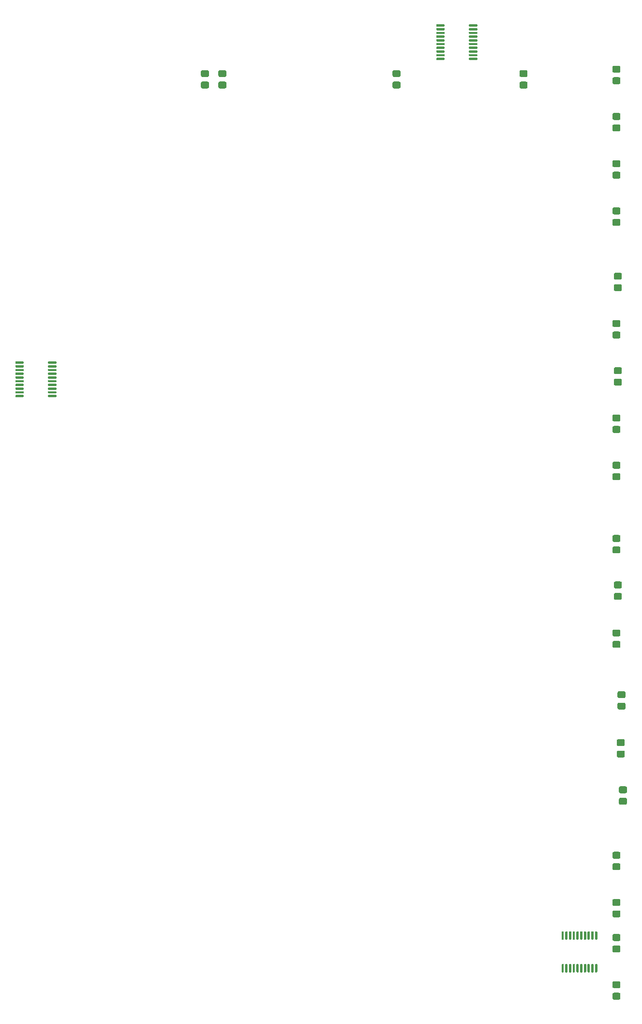
<source format=gbp>
G04 #@! TF.GenerationSoftware,KiCad,Pcbnew,(5.1.12)-1*
G04 #@! TF.CreationDate,2023-07-18T15:35:10+01:00*
G04 #@! TF.ProjectId,Memory,4d656d6f-7279-42e6-9b69-6361645f7063,rev?*
G04 #@! TF.SameCoordinates,Original*
G04 #@! TF.FileFunction,Paste,Bot*
G04 #@! TF.FilePolarity,Positive*
%FSLAX46Y46*%
G04 Gerber Fmt 4.6, Leading zero omitted, Abs format (unit mm)*
G04 Created by KiCad (PCBNEW (5.1.12)-1) date 2023-07-18 15:35:10*
%MOMM*%
%LPD*%
G01*
G04 APERTURE LIST*
G04 APERTURE END LIST*
G36*
G01*
X170999999Y-92840000D02*
X171900001Y-92840000D01*
G75*
G02*
X172150000Y-93089999I0J-249999D01*
G01*
X172150000Y-93790001D01*
G75*
G02*
X171900001Y-94040000I-249999J0D01*
G01*
X170999999Y-94040000D01*
G75*
G02*
X170750000Y-93790001I0J249999D01*
G01*
X170750000Y-93089999D01*
G75*
G02*
X170999999Y-92840000I249999J0D01*
G01*
G37*
G36*
G01*
X170999999Y-90840000D02*
X171900001Y-90840000D01*
G75*
G02*
X172150000Y-91089999I0J-249999D01*
G01*
X172150000Y-91790001D01*
G75*
G02*
X171900001Y-92040000I-249999J0D01*
G01*
X170999999Y-92040000D01*
G75*
G02*
X170750000Y-91790001I0J249999D01*
G01*
X170750000Y-91089999D01*
G75*
G02*
X170999999Y-90840000I249999J0D01*
G01*
G37*
G36*
G01*
X99891001Y-10792000D02*
X98990999Y-10792000D01*
G75*
G02*
X98741000Y-10542001I0J249999D01*
G01*
X98741000Y-9841999D01*
G75*
G02*
X98990999Y-9592000I249999J0D01*
G01*
X99891001Y-9592000D01*
G75*
G02*
X100141000Y-9841999I0J-249999D01*
G01*
X100141000Y-10542001D01*
G75*
G02*
X99891001Y-10792000I-249999J0D01*
G01*
G37*
G36*
G01*
X99891001Y-12792000D02*
X98990999Y-12792000D01*
G75*
G02*
X98741000Y-12542001I0J249999D01*
G01*
X98741000Y-11841999D01*
G75*
G02*
X98990999Y-11592000I249999J0D01*
G01*
X99891001Y-11592000D01*
G75*
G02*
X100141000Y-11841999I0J-249999D01*
G01*
X100141000Y-12542001D01*
G75*
G02*
X99891001Y-12792000I-249999J0D01*
G01*
G37*
G36*
G01*
X167998000Y-161578000D02*
X167798000Y-161578000D01*
G75*
G02*
X167698000Y-161478000I0J100000D01*
G01*
X167698000Y-160203000D01*
G75*
G02*
X167798000Y-160103000I100000J0D01*
G01*
X167998000Y-160103000D01*
G75*
G02*
X168098000Y-160203000I0J-100000D01*
G01*
X168098000Y-161478000D01*
G75*
G02*
X167998000Y-161578000I-100000J0D01*
G01*
G37*
G36*
G01*
X167348000Y-161578000D02*
X167148000Y-161578000D01*
G75*
G02*
X167048000Y-161478000I0J100000D01*
G01*
X167048000Y-160203000D01*
G75*
G02*
X167148000Y-160103000I100000J0D01*
G01*
X167348000Y-160103000D01*
G75*
G02*
X167448000Y-160203000I0J-100000D01*
G01*
X167448000Y-161478000D01*
G75*
G02*
X167348000Y-161578000I-100000J0D01*
G01*
G37*
G36*
G01*
X166698000Y-161578000D02*
X166498000Y-161578000D01*
G75*
G02*
X166398000Y-161478000I0J100000D01*
G01*
X166398000Y-160203000D01*
G75*
G02*
X166498000Y-160103000I100000J0D01*
G01*
X166698000Y-160103000D01*
G75*
G02*
X166798000Y-160203000I0J-100000D01*
G01*
X166798000Y-161478000D01*
G75*
G02*
X166698000Y-161578000I-100000J0D01*
G01*
G37*
G36*
G01*
X166048000Y-161578000D02*
X165848000Y-161578000D01*
G75*
G02*
X165748000Y-161478000I0J100000D01*
G01*
X165748000Y-160203000D01*
G75*
G02*
X165848000Y-160103000I100000J0D01*
G01*
X166048000Y-160103000D01*
G75*
G02*
X166148000Y-160203000I0J-100000D01*
G01*
X166148000Y-161478000D01*
G75*
G02*
X166048000Y-161578000I-100000J0D01*
G01*
G37*
G36*
G01*
X165398000Y-161578000D02*
X165198000Y-161578000D01*
G75*
G02*
X165098000Y-161478000I0J100000D01*
G01*
X165098000Y-160203000D01*
G75*
G02*
X165198000Y-160103000I100000J0D01*
G01*
X165398000Y-160103000D01*
G75*
G02*
X165498000Y-160203000I0J-100000D01*
G01*
X165498000Y-161478000D01*
G75*
G02*
X165398000Y-161578000I-100000J0D01*
G01*
G37*
G36*
G01*
X164748000Y-161578000D02*
X164548000Y-161578000D01*
G75*
G02*
X164448000Y-161478000I0J100000D01*
G01*
X164448000Y-160203000D01*
G75*
G02*
X164548000Y-160103000I100000J0D01*
G01*
X164748000Y-160103000D01*
G75*
G02*
X164848000Y-160203000I0J-100000D01*
G01*
X164848000Y-161478000D01*
G75*
G02*
X164748000Y-161578000I-100000J0D01*
G01*
G37*
G36*
G01*
X164098000Y-161578000D02*
X163898000Y-161578000D01*
G75*
G02*
X163798000Y-161478000I0J100000D01*
G01*
X163798000Y-160203000D01*
G75*
G02*
X163898000Y-160103000I100000J0D01*
G01*
X164098000Y-160103000D01*
G75*
G02*
X164198000Y-160203000I0J-100000D01*
G01*
X164198000Y-161478000D01*
G75*
G02*
X164098000Y-161578000I-100000J0D01*
G01*
G37*
G36*
G01*
X163448000Y-161578000D02*
X163248000Y-161578000D01*
G75*
G02*
X163148000Y-161478000I0J100000D01*
G01*
X163148000Y-160203000D01*
G75*
G02*
X163248000Y-160103000I100000J0D01*
G01*
X163448000Y-160103000D01*
G75*
G02*
X163548000Y-160203000I0J-100000D01*
G01*
X163548000Y-161478000D01*
G75*
G02*
X163448000Y-161578000I-100000J0D01*
G01*
G37*
G36*
G01*
X162798000Y-161578000D02*
X162598000Y-161578000D01*
G75*
G02*
X162498000Y-161478000I0J100000D01*
G01*
X162498000Y-160203000D01*
G75*
G02*
X162598000Y-160103000I100000J0D01*
G01*
X162798000Y-160103000D01*
G75*
G02*
X162898000Y-160203000I0J-100000D01*
G01*
X162898000Y-161478000D01*
G75*
G02*
X162798000Y-161578000I-100000J0D01*
G01*
G37*
G36*
G01*
X162148000Y-161578000D02*
X161948000Y-161578000D01*
G75*
G02*
X161848000Y-161478000I0J100000D01*
G01*
X161848000Y-160203000D01*
G75*
G02*
X161948000Y-160103000I100000J0D01*
G01*
X162148000Y-160103000D01*
G75*
G02*
X162248000Y-160203000I0J-100000D01*
G01*
X162248000Y-161478000D01*
G75*
G02*
X162148000Y-161578000I-100000J0D01*
G01*
G37*
G36*
G01*
X162148000Y-167303000D02*
X161948000Y-167303000D01*
G75*
G02*
X161848000Y-167203000I0J100000D01*
G01*
X161848000Y-165928000D01*
G75*
G02*
X161948000Y-165828000I100000J0D01*
G01*
X162148000Y-165828000D01*
G75*
G02*
X162248000Y-165928000I0J-100000D01*
G01*
X162248000Y-167203000D01*
G75*
G02*
X162148000Y-167303000I-100000J0D01*
G01*
G37*
G36*
G01*
X162798000Y-167303000D02*
X162598000Y-167303000D01*
G75*
G02*
X162498000Y-167203000I0J100000D01*
G01*
X162498000Y-165928000D01*
G75*
G02*
X162598000Y-165828000I100000J0D01*
G01*
X162798000Y-165828000D01*
G75*
G02*
X162898000Y-165928000I0J-100000D01*
G01*
X162898000Y-167203000D01*
G75*
G02*
X162798000Y-167303000I-100000J0D01*
G01*
G37*
G36*
G01*
X163448000Y-167303000D02*
X163248000Y-167303000D01*
G75*
G02*
X163148000Y-167203000I0J100000D01*
G01*
X163148000Y-165928000D01*
G75*
G02*
X163248000Y-165828000I100000J0D01*
G01*
X163448000Y-165828000D01*
G75*
G02*
X163548000Y-165928000I0J-100000D01*
G01*
X163548000Y-167203000D01*
G75*
G02*
X163448000Y-167303000I-100000J0D01*
G01*
G37*
G36*
G01*
X164098000Y-167303000D02*
X163898000Y-167303000D01*
G75*
G02*
X163798000Y-167203000I0J100000D01*
G01*
X163798000Y-165928000D01*
G75*
G02*
X163898000Y-165828000I100000J0D01*
G01*
X164098000Y-165828000D01*
G75*
G02*
X164198000Y-165928000I0J-100000D01*
G01*
X164198000Y-167203000D01*
G75*
G02*
X164098000Y-167303000I-100000J0D01*
G01*
G37*
G36*
G01*
X164748000Y-167303000D02*
X164548000Y-167303000D01*
G75*
G02*
X164448000Y-167203000I0J100000D01*
G01*
X164448000Y-165928000D01*
G75*
G02*
X164548000Y-165828000I100000J0D01*
G01*
X164748000Y-165828000D01*
G75*
G02*
X164848000Y-165928000I0J-100000D01*
G01*
X164848000Y-167203000D01*
G75*
G02*
X164748000Y-167303000I-100000J0D01*
G01*
G37*
G36*
G01*
X165398000Y-167303000D02*
X165198000Y-167303000D01*
G75*
G02*
X165098000Y-167203000I0J100000D01*
G01*
X165098000Y-165928000D01*
G75*
G02*
X165198000Y-165828000I100000J0D01*
G01*
X165398000Y-165828000D01*
G75*
G02*
X165498000Y-165928000I0J-100000D01*
G01*
X165498000Y-167203000D01*
G75*
G02*
X165398000Y-167303000I-100000J0D01*
G01*
G37*
G36*
G01*
X166048000Y-167303000D02*
X165848000Y-167303000D01*
G75*
G02*
X165748000Y-167203000I0J100000D01*
G01*
X165748000Y-165928000D01*
G75*
G02*
X165848000Y-165828000I100000J0D01*
G01*
X166048000Y-165828000D01*
G75*
G02*
X166148000Y-165928000I0J-100000D01*
G01*
X166148000Y-167203000D01*
G75*
G02*
X166048000Y-167303000I-100000J0D01*
G01*
G37*
G36*
G01*
X166698000Y-167303000D02*
X166498000Y-167303000D01*
G75*
G02*
X166398000Y-167203000I0J100000D01*
G01*
X166398000Y-165928000D01*
G75*
G02*
X166498000Y-165828000I100000J0D01*
G01*
X166698000Y-165828000D01*
G75*
G02*
X166798000Y-165928000I0J-100000D01*
G01*
X166798000Y-167203000D01*
G75*
G02*
X166698000Y-167303000I-100000J0D01*
G01*
G37*
G36*
G01*
X167348000Y-167303000D02*
X167148000Y-167303000D01*
G75*
G02*
X167048000Y-167203000I0J100000D01*
G01*
X167048000Y-165928000D01*
G75*
G02*
X167148000Y-165828000I100000J0D01*
G01*
X167348000Y-165828000D01*
G75*
G02*
X167448000Y-165928000I0J-100000D01*
G01*
X167448000Y-167203000D01*
G75*
G02*
X167348000Y-167303000I-100000J0D01*
G01*
G37*
G36*
G01*
X167998000Y-167303000D02*
X167798000Y-167303000D01*
G75*
G02*
X167698000Y-167203000I0J100000D01*
G01*
X167698000Y-165928000D01*
G75*
G02*
X167798000Y-165828000I100000J0D01*
G01*
X167998000Y-165828000D01*
G75*
G02*
X168098000Y-165928000I0J-100000D01*
G01*
X168098000Y-167203000D01*
G75*
G02*
X167998000Y-167303000I-100000J0D01*
G01*
G37*
G36*
G01*
X71975000Y-66652000D02*
X71975000Y-66452000D01*
G75*
G02*
X72075000Y-66352000I100000J0D01*
G01*
X73350000Y-66352000D01*
G75*
G02*
X73450000Y-66452000I0J-100000D01*
G01*
X73450000Y-66652000D01*
G75*
G02*
X73350000Y-66752000I-100000J0D01*
G01*
X72075000Y-66752000D01*
G75*
G02*
X71975000Y-66652000I0J100000D01*
G01*
G37*
G36*
G01*
X71975000Y-66002000D02*
X71975000Y-65802000D01*
G75*
G02*
X72075000Y-65702000I100000J0D01*
G01*
X73350000Y-65702000D01*
G75*
G02*
X73450000Y-65802000I0J-100000D01*
G01*
X73450000Y-66002000D01*
G75*
G02*
X73350000Y-66102000I-100000J0D01*
G01*
X72075000Y-66102000D01*
G75*
G02*
X71975000Y-66002000I0J100000D01*
G01*
G37*
G36*
G01*
X71975000Y-65352000D02*
X71975000Y-65152000D01*
G75*
G02*
X72075000Y-65052000I100000J0D01*
G01*
X73350000Y-65052000D01*
G75*
G02*
X73450000Y-65152000I0J-100000D01*
G01*
X73450000Y-65352000D01*
G75*
G02*
X73350000Y-65452000I-100000J0D01*
G01*
X72075000Y-65452000D01*
G75*
G02*
X71975000Y-65352000I0J100000D01*
G01*
G37*
G36*
G01*
X71975000Y-64702000D02*
X71975000Y-64502000D01*
G75*
G02*
X72075000Y-64402000I100000J0D01*
G01*
X73350000Y-64402000D01*
G75*
G02*
X73450000Y-64502000I0J-100000D01*
G01*
X73450000Y-64702000D01*
G75*
G02*
X73350000Y-64802000I-100000J0D01*
G01*
X72075000Y-64802000D01*
G75*
G02*
X71975000Y-64702000I0J100000D01*
G01*
G37*
G36*
G01*
X71975000Y-64052000D02*
X71975000Y-63852000D01*
G75*
G02*
X72075000Y-63752000I100000J0D01*
G01*
X73350000Y-63752000D01*
G75*
G02*
X73450000Y-63852000I0J-100000D01*
G01*
X73450000Y-64052000D01*
G75*
G02*
X73350000Y-64152000I-100000J0D01*
G01*
X72075000Y-64152000D01*
G75*
G02*
X71975000Y-64052000I0J100000D01*
G01*
G37*
G36*
G01*
X71975000Y-63402000D02*
X71975000Y-63202000D01*
G75*
G02*
X72075000Y-63102000I100000J0D01*
G01*
X73350000Y-63102000D01*
G75*
G02*
X73450000Y-63202000I0J-100000D01*
G01*
X73450000Y-63402000D01*
G75*
G02*
X73350000Y-63502000I-100000J0D01*
G01*
X72075000Y-63502000D01*
G75*
G02*
X71975000Y-63402000I0J100000D01*
G01*
G37*
G36*
G01*
X71975000Y-62752000D02*
X71975000Y-62552000D01*
G75*
G02*
X72075000Y-62452000I100000J0D01*
G01*
X73350000Y-62452000D01*
G75*
G02*
X73450000Y-62552000I0J-100000D01*
G01*
X73450000Y-62752000D01*
G75*
G02*
X73350000Y-62852000I-100000J0D01*
G01*
X72075000Y-62852000D01*
G75*
G02*
X71975000Y-62752000I0J100000D01*
G01*
G37*
G36*
G01*
X71975000Y-62102000D02*
X71975000Y-61902000D01*
G75*
G02*
X72075000Y-61802000I100000J0D01*
G01*
X73350000Y-61802000D01*
G75*
G02*
X73450000Y-61902000I0J-100000D01*
G01*
X73450000Y-62102000D01*
G75*
G02*
X73350000Y-62202000I-100000J0D01*
G01*
X72075000Y-62202000D01*
G75*
G02*
X71975000Y-62102000I0J100000D01*
G01*
G37*
G36*
G01*
X71975000Y-61452000D02*
X71975000Y-61252000D01*
G75*
G02*
X72075000Y-61152000I100000J0D01*
G01*
X73350000Y-61152000D01*
G75*
G02*
X73450000Y-61252000I0J-100000D01*
G01*
X73450000Y-61452000D01*
G75*
G02*
X73350000Y-61552000I-100000J0D01*
G01*
X72075000Y-61552000D01*
G75*
G02*
X71975000Y-61452000I0J100000D01*
G01*
G37*
G36*
G01*
X71975000Y-60802000D02*
X71975000Y-60602000D01*
G75*
G02*
X72075000Y-60502000I100000J0D01*
G01*
X73350000Y-60502000D01*
G75*
G02*
X73450000Y-60602000I0J-100000D01*
G01*
X73450000Y-60802000D01*
G75*
G02*
X73350000Y-60902000I-100000J0D01*
G01*
X72075000Y-60902000D01*
G75*
G02*
X71975000Y-60802000I0J100000D01*
G01*
G37*
G36*
G01*
X66250000Y-60802000D02*
X66250000Y-60602000D01*
G75*
G02*
X66350000Y-60502000I100000J0D01*
G01*
X67625000Y-60502000D01*
G75*
G02*
X67725000Y-60602000I0J-100000D01*
G01*
X67725000Y-60802000D01*
G75*
G02*
X67625000Y-60902000I-100000J0D01*
G01*
X66350000Y-60902000D01*
G75*
G02*
X66250000Y-60802000I0J100000D01*
G01*
G37*
G36*
G01*
X66250000Y-61452000D02*
X66250000Y-61252000D01*
G75*
G02*
X66350000Y-61152000I100000J0D01*
G01*
X67625000Y-61152000D01*
G75*
G02*
X67725000Y-61252000I0J-100000D01*
G01*
X67725000Y-61452000D01*
G75*
G02*
X67625000Y-61552000I-100000J0D01*
G01*
X66350000Y-61552000D01*
G75*
G02*
X66250000Y-61452000I0J100000D01*
G01*
G37*
G36*
G01*
X66250000Y-62102000D02*
X66250000Y-61902000D01*
G75*
G02*
X66350000Y-61802000I100000J0D01*
G01*
X67625000Y-61802000D01*
G75*
G02*
X67725000Y-61902000I0J-100000D01*
G01*
X67725000Y-62102000D01*
G75*
G02*
X67625000Y-62202000I-100000J0D01*
G01*
X66350000Y-62202000D01*
G75*
G02*
X66250000Y-62102000I0J100000D01*
G01*
G37*
G36*
G01*
X66250000Y-62752000D02*
X66250000Y-62552000D01*
G75*
G02*
X66350000Y-62452000I100000J0D01*
G01*
X67625000Y-62452000D01*
G75*
G02*
X67725000Y-62552000I0J-100000D01*
G01*
X67725000Y-62752000D01*
G75*
G02*
X67625000Y-62852000I-100000J0D01*
G01*
X66350000Y-62852000D01*
G75*
G02*
X66250000Y-62752000I0J100000D01*
G01*
G37*
G36*
G01*
X66250000Y-63402000D02*
X66250000Y-63202000D01*
G75*
G02*
X66350000Y-63102000I100000J0D01*
G01*
X67625000Y-63102000D01*
G75*
G02*
X67725000Y-63202000I0J-100000D01*
G01*
X67725000Y-63402000D01*
G75*
G02*
X67625000Y-63502000I-100000J0D01*
G01*
X66350000Y-63502000D01*
G75*
G02*
X66250000Y-63402000I0J100000D01*
G01*
G37*
G36*
G01*
X66250000Y-64052000D02*
X66250000Y-63852000D01*
G75*
G02*
X66350000Y-63752000I100000J0D01*
G01*
X67625000Y-63752000D01*
G75*
G02*
X67725000Y-63852000I0J-100000D01*
G01*
X67725000Y-64052000D01*
G75*
G02*
X67625000Y-64152000I-100000J0D01*
G01*
X66350000Y-64152000D01*
G75*
G02*
X66250000Y-64052000I0J100000D01*
G01*
G37*
G36*
G01*
X66250000Y-64702000D02*
X66250000Y-64502000D01*
G75*
G02*
X66350000Y-64402000I100000J0D01*
G01*
X67625000Y-64402000D01*
G75*
G02*
X67725000Y-64502000I0J-100000D01*
G01*
X67725000Y-64702000D01*
G75*
G02*
X67625000Y-64802000I-100000J0D01*
G01*
X66350000Y-64802000D01*
G75*
G02*
X66250000Y-64702000I0J100000D01*
G01*
G37*
G36*
G01*
X66250000Y-65352000D02*
X66250000Y-65152000D01*
G75*
G02*
X66350000Y-65052000I100000J0D01*
G01*
X67625000Y-65052000D01*
G75*
G02*
X67725000Y-65152000I0J-100000D01*
G01*
X67725000Y-65352000D01*
G75*
G02*
X67625000Y-65452000I-100000J0D01*
G01*
X66350000Y-65452000D01*
G75*
G02*
X66250000Y-65352000I0J100000D01*
G01*
G37*
G36*
G01*
X66250000Y-66002000D02*
X66250000Y-65802000D01*
G75*
G02*
X66350000Y-65702000I100000J0D01*
G01*
X67625000Y-65702000D01*
G75*
G02*
X67725000Y-65802000I0J-100000D01*
G01*
X67725000Y-66002000D01*
G75*
G02*
X67625000Y-66102000I-100000J0D01*
G01*
X66350000Y-66102000D01*
G75*
G02*
X66250000Y-66002000I0J100000D01*
G01*
G37*
G36*
G01*
X66250000Y-66652000D02*
X66250000Y-66452000D01*
G75*
G02*
X66350000Y-66352000I100000J0D01*
G01*
X67625000Y-66352000D01*
G75*
G02*
X67725000Y-66452000I0J-100000D01*
G01*
X67725000Y-66652000D01*
G75*
G02*
X67625000Y-66752000I-100000J0D01*
G01*
X66350000Y-66752000D01*
G75*
G02*
X66250000Y-66652000I0J100000D01*
G01*
G37*
G36*
G01*
X145635000Y-7724000D02*
X145635000Y-7524000D01*
G75*
G02*
X145735000Y-7424000I100000J0D01*
G01*
X147010000Y-7424000D01*
G75*
G02*
X147110000Y-7524000I0J-100000D01*
G01*
X147110000Y-7724000D01*
G75*
G02*
X147010000Y-7824000I-100000J0D01*
G01*
X145735000Y-7824000D01*
G75*
G02*
X145635000Y-7724000I0J100000D01*
G01*
G37*
G36*
G01*
X145635000Y-7074000D02*
X145635000Y-6874000D01*
G75*
G02*
X145735000Y-6774000I100000J0D01*
G01*
X147010000Y-6774000D01*
G75*
G02*
X147110000Y-6874000I0J-100000D01*
G01*
X147110000Y-7074000D01*
G75*
G02*
X147010000Y-7174000I-100000J0D01*
G01*
X145735000Y-7174000D01*
G75*
G02*
X145635000Y-7074000I0J100000D01*
G01*
G37*
G36*
G01*
X145635000Y-6424000D02*
X145635000Y-6224000D01*
G75*
G02*
X145735000Y-6124000I100000J0D01*
G01*
X147010000Y-6124000D01*
G75*
G02*
X147110000Y-6224000I0J-100000D01*
G01*
X147110000Y-6424000D01*
G75*
G02*
X147010000Y-6524000I-100000J0D01*
G01*
X145735000Y-6524000D01*
G75*
G02*
X145635000Y-6424000I0J100000D01*
G01*
G37*
G36*
G01*
X145635000Y-5774000D02*
X145635000Y-5574000D01*
G75*
G02*
X145735000Y-5474000I100000J0D01*
G01*
X147010000Y-5474000D01*
G75*
G02*
X147110000Y-5574000I0J-100000D01*
G01*
X147110000Y-5774000D01*
G75*
G02*
X147010000Y-5874000I-100000J0D01*
G01*
X145735000Y-5874000D01*
G75*
G02*
X145635000Y-5774000I0J100000D01*
G01*
G37*
G36*
G01*
X145635000Y-5124000D02*
X145635000Y-4924000D01*
G75*
G02*
X145735000Y-4824000I100000J0D01*
G01*
X147010000Y-4824000D01*
G75*
G02*
X147110000Y-4924000I0J-100000D01*
G01*
X147110000Y-5124000D01*
G75*
G02*
X147010000Y-5224000I-100000J0D01*
G01*
X145735000Y-5224000D01*
G75*
G02*
X145635000Y-5124000I0J100000D01*
G01*
G37*
G36*
G01*
X145635000Y-4474000D02*
X145635000Y-4274000D01*
G75*
G02*
X145735000Y-4174000I100000J0D01*
G01*
X147010000Y-4174000D01*
G75*
G02*
X147110000Y-4274000I0J-100000D01*
G01*
X147110000Y-4474000D01*
G75*
G02*
X147010000Y-4574000I-100000J0D01*
G01*
X145735000Y-4574000D01*
G75*
G02*
X145635000Y-4474000I0J100000D01*
G01*
G37*
G36*
G01*
X145635000Y-3824000D02*
X145635000Y-3624000D01*
G75*
G02*
X145735000Y-3524000I100000J0D01*
G01*
X147010000Y-3524000D01*
G75*
G02*
X147110000Y-3624000I0J-100000D01*
G01*
X147110000Y-3824000D01*
G75*
G02*
X147010000Y-3924000I-100000J0D01*
G01*
X145735000Y-3924000D01*
G75*
G02*
X145635000Y-3824000I0J100000D01*
G01*
G37*
G36*
G01*
X145635000Y-3174000D02*
X145635000Y-2974000D01*
G75*
G02*
X145735000Y-2874000I100000J0D01*
G01*
X147010000Y-2874000D01*
G75*
G02*
X147110000Y-2974000I0J-100000D01*
G01*
X147110000Y-3174000D01*
G75*
G02*
X147010000Y-3274000I-100000J0D01*
G01*
X145735000Y-3274000D01*
G75*
G02*
X145635000Y-3174000I0J100000D01*
G01*
G37*
G36*
G01*
X145635000Y-2524000D02*
X145635000Y-2324000D01*
G75*
G02*
X145735000Y-2224000I100000J0D01*
G01*
X147010000Y-2224000D01*
G75*
G02*
X147110000Y-2324000I0J-100000D01*
G01*
X147110000Y-2524000D01*
G75*
G02*
X147010000Y-2624000I-100000J0D01*
G01*
X145735000Y-2624000D01*
G75*
G02*
X145635000Y-2524000I0J100000D01*
G01*
G37*
G36*
G01*
X145635000Y-1874000D02*
X145635000Y-1674000D01*
G75*
G02*
X145735000Y-1574000I100000J0D01*
G01*
X147010000Y-1574000D01*
G75*
G02*
X147110000Y-1674000I0J-100000D01*
G01*
X147110000Y-1874000D01*
G75*
G02*
X147010000Y-1974000I-100000J0D01*
G01*
X145735000Y-1974000D01*
G75*
G02*
X145635000Y-1874000I0J100000D01*
G01*
G37*
G36*
G01*
X139910000Y-1874000D02*
X139910000Y-1674000D01*
G75*
G02*
X140010000Y-1574000I100000J0D01*
G01*
X141285000Y-1574000D01*
G75*
G02*
X141385000Y-1674000I0J-100000D01*
G01*
X141385000Y-1874000D01*
G75*
G02*
X141285000Y-1974000I-100000J0D01*
G01*
X140010000Y-1974000D01*
G75*
G02*
X139910000Y-1874000I0J100000D01*
G01*
G37*
G36*
G01*
X139910000Y-2524000D02*
X139910000Y-2324000D01*
G75*
G02*
X140010000Y-2224000I100000J0D01*
G01*
X141285000Y-2224000D01*
G75*
G02*
X141385000Y-2324000I0J-100000D01*
G01*
X141385000Y-2524000D01*
G75*
G02*
X141285000Y-2624000I-100000J0D01*
G01*
X140010000Y-2624000D01*
G75*
G02*
X139910000Y-2524000I0J100000D01*
G01*
G37*
G36*
G01*
X139910000Y-3174000D02*
X139910000Y-2974000D01*
G75*
G02*
X140010000Y-2874000I100000J0D01*
G01*
X141285000Y-2874000D01*
G75*
G02*
X141385000Y-2974000I0J-100000D01*
G01*
X141385000Y-3174000D01*
G75*
G02*
X141285000Y-3274000I-100000J0D01*
G01*
X140010000Y-3274000D01*
G75*
G02*
X139910000Y-3174000I0J100000D01*
G01*
G37*
G36*
G01*
X139910000Y-3824000D02*
X139910000Y-3624000D01*
G75*
G02*
X140010000Y-3524000I100000J0D01*
G01*
X141285000Y-3524000D01*
G75*
G02*
X141385000Y-3624000I0J-100000D01*
G01*
X141385000Y-3824000D01*
G75*
G02*
X141285000Y-3924000I-100000J0D01*
G01*
X140010000Y-3924000D01*
G75*
G02*
X139910000Y-3824000I0J100000D01*
G01*
G37*
G36*
G01*
X139910000Y-4474000D02*
X139910000Y-4274000D01*
G75*
G02*
X140010000Y-4174000I100000J0D01*
G01*
X141285000Y-4174000D01*
G75*
G02*
X141385000Y-4274000I0J-100000D01*
G01*
X141385000Y-4474000D01*
G75*
G02*
X141285000Y-4574000I-100000J0D01*
G01*
X140010000Y-4574000D01*
G75*
G02*
X139910000Y-4474000I0J100000D01*
G01*
G37*
G36*
G01*
X139910000Y-5124000D02*
X139910000Y-4924000D01*
G75*
G02*
X140010000Y-4824000I100000J0D01*
G01*
X141285000Y-4824000D01*
G75*
G02*
X141385000Y-4924000I0J-100000D01*
G01*
X141385000Y-5124000D01*
G75*
G02*
X141285000Y-5224000I-100000J0D01*
G01*
X140010000Y-5224000D01*
G75*
G02*
X139910000Y-5124000I0J100000D01*
G01*
G37*
G36*
G01*
X139910000Y-5774000D02*
X139910000Y-5574000D01*
G75*
G02*
X140010000Y-5474000I100000J0D01*
G01*
X141285000Y-5474000D01*
G75*
G02*
X141385000Y-5574000I0J-100000D01*
G01*
X141385000Y-5774000D01*
G75*
G02*
X141285000Y-5874000I-100000J0D01*
G01*
X140010000Y-5874000D01*
G75*
G02*
X139910000Y-5774000I0J100000D01*
G01*
G37*
G36*
G01*
X139910000Y-6424000D02*
X139910000Y-6224000D01*
G75*
G02*
X140010000Y-6124000I100000J0D01*
G01*
X141285000Y-6124000D01*
G75*
G02*
X141385000Y-6224000I0J-100000D01*
G01*
X141385000Y-6424000D01*
G75*
G02*
X141285000Y-6524000I-100000J0D01*
G01*
X140010000Y-6524000D01*
G75*
G02*
X139910000Y-6424000I0J100000D01*
G01*
G37*
G36*
G01*
X139910000Y-7074000D02*
X139910000Y-6874000D01*
G75*
G02*
X140010000Y-6774000I100000J0D01*
G01*
X141285000Y-6774000D01*
G75*
G02*
X141385000Y-6874000I0J-100000D01*
G01*
X141385000Y-7074000D01*
G75*
G02*
X141285000Y-7174000I-100000J0D01*
G01*
X140010000Y-7174000D01*
G75*
G02*
X139910000Y-7074000I0J100000D01*
G01*
G37*
G36*
G01*
X139910000Y-7724000D02*
X139910000Y-7524000D01*
G75*
G02*
X140010000Y-7424000I100000J0D01*
G01*
X141285000Y-7424000D01*
G75*
G02*
X141385000Y-7524000I0J-100000D01*
G01*
X141385000Y-7724000D01*
G75*
G02*
X141285000Y-7824000I-100000J0D01*
G01*
X140010000Y-7824000D01*
G75*
G02*
X139910000Y-7724000I0J100000D01*
G01*
G37*
G36*
G01*
X155644001Y-10792000D02*
X154743999Y-10792000D01*
G75*
G02*
X154494000Y-10542001I0J249999D01*
G01*
X154494000Y-9841999D01*
G75*
G02*
X154743999Y-9592000I249999J0D01*
G01*
X155644001Y-9592000D01*
G75*
G02*
X155894000Y-9841999I0J-249999D01*
G01*
X155894000Y-10542001D01*
G75*
G02*
X155644001Y-10792000I-249999J0D01*
G01*
G37*
G36*
G01*
X155644001Y-12792000D02*
X154743999Y-12792000D01*
G75*
G02*
X154494000Y-12542001I0J249999D01*
G01*
X154494000Y-11841999D01*
G75*
G02*
X154743999Y-11592000I249999J0D01*
G01*
X155644001Y-11592000D01*
G75*
G02*
X155894000Y-11841999I0J-249999D01*
G01*
X155894000Y-12542001D01*
G75*
G02*
X155644001Y-12792000I-249999J0D01*
G01*
G37*
G36*
G01*
X133419001Y-10792000D02*
X132518999Y-10792000D01*
G75*
G02*
X132269000Y-10542001I0J249999D01*
G01*
X132269000Y-9841999D01*
G75*
G02*
X132518999Y-9592000I249999J0D01*
G01*
X133419001Y-9592000D01*
G75*
G02*
X133669000Y-9841999I0J-249999D01*
G01*
X133669000Y-10542001D01*
G75*
G02*
X133419001Y-10792000I-249999J0D01*
G01*
G37*
G36*
G01*
X133419001Y-12792000D02*
X132518999Y-12792000D01*
G75*
G02*
X132269000Y-12542001I0J249999D01*
G01*
X132269000Y-11841999D01*
G75*
G02*
X132518999Y-11592000I249999J0D01*
G01*
X133419001Y-11592000D01*
G75*
G02*
X133669000Y-11841999I0J-249999D01*
G01*
X133669000Y-12542001D01*
G75*
G02*
X133419001Y-12792000I-249999J0D01*
G01*
G37*
G36*
G01*
X102939001Y-10792000D02*
X102038999Y-10792000D01*
G75*
G02*
X101789000Y-10542001I0J249999D01*
G01*
X101789000Y-9841999D01*
G75*
G02*
X102038999Y-9592000I249999J0D01*
G01*
X102939001Y-9592000D01*
G75*
G02*
X103189000Y-9841999I0J-249999D01*
G01*
X103189000Y-10542001D01*
G75*
G02*
X102939001Y-10792000I-249999J0D01*
G01*
G37*
G36*
G01*
X102939001Y-12792000D02*
X102038999Y-12792000D01*
G75*
G02*
X101789000Y-12542001I0J249999D01*
G01*
X101789000Y-11841999D01*
G75*
G02*
X102038999Y-11592000I249999J0D01*
G01*
X102939001Y-11592000D01*
G75*
G02*
X103189000Y-11841999I0J-249999D01*
G01*
X103189000Y-12542001D01*
G75*
G02*
X102939001Y-12792000I-249999J0D01*
G01*
G37*
G36*
G01*
X170999999Y-109366000D02*
X171900001Y-109366000D01*
G75*
G02*
X172150000Y-109615999I0J-249999D01*
G01*
X172150000Y-110316001D01*
G75*
G02*
X171900001Y-110566000I-249999J0D01*
G01*
X170999999Y-110566000D01*
G75*
G02*
X170750000Y-110316001I0J249999D01*
G01*
X170750000Y-109615999D01*
G75*
G02*
X170999999Y-109366000I249999J0D01*
G01*
G37*
G36*
G01*
X170999999Y-107366000D02*
X171900001Y-107366000D01*
G75*
G02*
X172150000Y-107615999I0J-249999D01*
G01*
X172150000Y-108316001D01*
G75*
G02*
X171900001Y-108566000I-249999J0D01*
G01*
X170999999Y-108566000D01*
G75*
G02*
X170750000Y-108316001I0J249999D01*
G01*
X170750000Y-107615999D01*
G75*
G02*
X170999999Y-107366000I249999J0D01*
G01*
G37*
G36*
G01*
X171253999Y-100968000D02*
X172154001Y-100968000D01*
G75*
G02*
X172404000Y-101217999I0J-249999D01*
G01*
X172404000Y-101918001D01*
G75*
G02*
X172154001Y-102168000I-249999J0D01*
G01*
X171253999Y-102168000D01*
G75*
G02*
X171004000Y-101918001I0J249999D01*
G01*
X171004000Y-101217999D01*
G75*
G02*
X171253999Y-100968000I249999J0D01*
G01*
G37*
G36*
G01*
X171253999Y-98968000D02*
X172154001Y-98968000D01*
G75*
G02*
X172404000Y-99217999I0J-249999D01*
G01*
X172404000Y-99918001D01*
G75*
G02*
X172154001Y-100168000I-249999J0D01*
G01*
X171253999Y-100168000D01*
G75*
G02*
X171004000Y-99918001I0J249999D01*
G01*
X171004000Y-99217999D01*
G75*
G02*
X171253999Y-98968000I249999J0D01*
G01*
G37*
G36*
G01*
X171900001Y-79245000D02*
X170999999Y-79245000D01*
G75*
G02*
X170750000Y-78995001I0J249999D01*
G01*
X170750000Y-78294999D01*
G75*
G02*
X170999999Y-78045000I249999J0D01*
G01*
X171900001Y-78045000D01*
G75*
G02*
X172150000Y-78294999I0J-249999D01*
G01*
X172150000Y-78995001D01*
G75*
G02*
X171900001Y-79245000I-249999J0D01*
G01*
G37*
G36*
G01*
X171900001Y-81245000D02*
X170999999Y-81245000D01*
G75*
G02*
X170750000Y-80995001I0J249999D01*
G01*
X170750000Y-80294999D01*
G75*
G02*
X170999999Y-80045000I249999J0D01*
G01*
X171900001Y-80045000D01*
G75*
G02*
X172150000Y-80294999I0J-249999D01*
G01*
X172150000Y-80995001D01*
G75*
G02*
X171900001Y-81245000I-249999J0D01*
G01*
G37*
G36*
G01*
X171900001Y-70990000D02*
X170999999Y-70990000D01*
G75*
G02*
X170750000Y-70740001I0J249999D01*
G01*
X170750000Y-70039999D01*
G75*
G02*
X170999999Y-69790000I249999J0D01*
G01*
X171900001Y-69790000D01*
G75*
G02*
X172150000Y-70039999I0J-249999D01*
G01*
X172150000Y-70740001D01*
G75*
G02*
X171900001Y-70990000I-249999J0D01*
G01*
G37*
G36*
G01*
X171900001Y-72990000D02*
X170999999Y-72990000D01*
G75*
G02*
X170750000Y-72740001I0J249999D01*
G01*
X170750000Y-72039999D01*
G75*
G02*
X170999999Y-71790000I249999J0D01*
G01*
X171900001Y-71790000D01*
G75*
G02*
X172150000Y-72039999I0J-249999D01*
G01*
X172150000Y-72740001D01*
G75*
G02*
X171900001Y-72990000I-249999J0D01*
G01*
G37*
G36*
G01*
X172154001Y-62719000D02*
X171253999Y-62719000D01*
G75*
G02*
X171004000Y-62469001I0J249999D01*
G01*
X171004000Y-61768999D01*
G75*
G02*
X171253999Y-61519000I249999J0D01*
G01*
X172154001Y-61519000D01*
G75*
G02*
X172404000Y-61768999I0J-249999D01*
G01*
X172404000Y-62469001D01*
G75*
G02*
X172154001Y-62719000I-249999J0D01*
G01*
G37*
G36*
G01*
X172154001Y-64719000D02*
X171253999Y-64719000D01*
G75*
G02*
X171004000Y-64469001I0J249999D01*
G01*
X171004000Y-63768999D01*
G75*
G02*
X171253999Y-63519000I249999J0D01*
G01*
X172154001Y-63519000D01*
G75*
G02*
X172404000Y-63768999I0J-249999D01*
G01*
X172404000Y-64469001D01*
G75*
G02*
X172154001Y-64719000I-249999J0D01*
G01*
G37*
G36*
G01*
X171900001Y-54480000D02*
X170999999Y-54480000D01*
G75*
G02*
X170750000Y-54230001I0J249999D01*
G01*
X170750000Y-53529999D01*
G75*
G02*
X170999999Y-53280000I249999J0D01*
G01*
X171900001Y-53280000D01*
G75*
G02*
X172150000Y-53529999I0J-249999D01*
G01*
X172150000Y-54230001D01*
G75*
G02*
X171900001Y-54480000I-249999J0D01*
G01*
G37*
G36*
G01*
X171900001Y-56480000D02*
X170999999Y-56480000D01*
G75*
G02*
X170750000Y-56230001I0J249999D01*
G01*
X170750000Y-55529999D01*
G75*
G02*
X170999999Y-55280000I249999J0D01*
G01*
X171900001Y-55280000D01*
G75*
G02*
X172150000Y-55529999I0J-249999D01*
G01*
X172150000Y-56230001D01*
G75*
G02*
X171900001Y-56480000I-249999J0D01*
G01*
G37*
G36*
G01*
X172154001Y-46209000D02*
X171253999Y-46209000D01*
G75*
G02*
X171004000Y-45959001I0J249999D01*
G01*
X171004000Y-45258999D01*
G75*
G02*
X171253999Y-45009000I249999J0D01*
G01*
X172154001Y-45009000D01*
G75*
G02*
X172404000Y-45258999I0J-249999D01*
G01*
X172404000Y-45959001D01*
G75*
G02*
X172154001Y-46209000I-249999J0D01*
G01*
G37*
G36*
G01*
X172154001Y-48209000D02*
X171253999Y-48209000D01*
G75*
G02*
X171004000Y-47959001I0J249999D01*
G01*
X171004000Y-47258999D01*
G75*
G02*
X171253999Y-47009000I249999J0D01*
G01*
X172154001Y-47009000D01*
G75*
G02*
X172404000Y-47258999I0J-249999D01*
G01*
X172404000Y-47959001D01*
G75*
G02*
X172154001Y-48209000I-249999J0D01*
G01*
G37*
G36*
G01*
X171888999Y-120145000D02*
X172789001Y-120145000D01*
G75*
G02*
X173039000Y-120394999I0J-249999D01*
G01*
X173039000Y-121095001D01*
G75*
G02*
X172789001Y-121345000I-249999J0D01*
G01*
X171888999Y-121345000D01*
G75*
G02*
X171639000Y-121095001I0J249999D01*
G01*
X171639000Y-120394999D01*
G75*
G02*
X171888999Y-120145000I249999J0D01*
G01*
G37*
G36*
G01*
X171888999Y-118145000D02*
X172789001Y-118145000D01*
G75*
G02*
X173039000Y-118394999I0J-249999D01*
G01*
X173039000Y-119095001D01*
G75*
G02*
X172789001Y-119345000I-249999J0D01*
G01*
X171888999Y-119345000D01*
G75*
G02*
X171639000Y-119095001I0J249999D01*
G01*
X171639000Y-118394999D01*
G75*
G02*
X171888999Y-118145000I249999J0D01*
G01*
G37*
G36*
G01*
X170999999Y-156467000D02*
X171900001Y-156467000D01*
G75*
G02*
X172150000Y-156716999I0J-249999D01*
G01*
X172150000Y-157417001D01*
G75*
G02*
X171900001Y-157667000I-249999J0D01*
G01*
X170999999Y-157667000D01*
G75*
G02*
X170750000Y-157417001I0J249999D01*
G01*
X170750000Y-156716999D01*
G75*
G02*
X170999999Y-156467000I249999J0D01*
G01*
G37*
G36*
G01*
X170999999Y-154467000D02*
X171900001Y-154467000D01*
G75*
G02*
X172150000Y-154716999I0J-249999D01*
G01*
X172150000Y-155417001D01*
G75*
G02*
X171900001Y-155667000I-249999J0D01*
G01*
X170999999Y-155667000D01*
G75*
G02*
X170750000Y-155417001I0J249999D01*
G01*
X170750000Y-154716999D01*
G75*
G02*
X170999999Y-154467000I249999J0D01*
G01*
G37*
G36*
G01*
X171761999Y-128527000D02*
X172662001Y-128527000D01*
G75*
G02*
X172912000Y-128776999I0J-249999D01*
G01*
X172912000Y-129477001D01*
G75*
G02*
X172662001Y-129727000I-249999J0D01*
G01*
X171761999Y-129727000D01*
G75*
G02*
X171512000Y-129477001I0J249999D01*
G01*
X171512000Y-128776999D01*
G75*
G02*
X171761999Y-128527000I249999J0D01*
G01*
G37*
G36*
G01*
X171761999Y-126527000D02*
X172662001Y-126527000D01*
G75*
G02*
X172912000Y-126776999I0J-249999D01*
G01*
X172912000Y-127477001D01*
G75*
G02*
X172662001Y-127727000I-249999J0D01*
G01*
X171761999Y-127727000D01*
G75*
G02*
X171512000Y-127477001I0J249999D01*
G01*
X171512000Y-126776999D01*
G75*
G02*
X171761999Y-126527000I249999J0D01*
G01*
G37*
G36*
G01*
X172142999Y-136782000D02*
X173043001Y-136782000D01*
G75*
G02*
X173293000Y-137031999I0J-249999D01*
G01*
X173293000Y-137732001D01*
G75*
G02*
X173043001Y-137982000I-249999J0D01*
G01*
X172142999Y-137982000D01*
G75*
G02*
X171893000Y-137732001I0J249999D01*
G01*
X171893000Y-137031999D01*
G75*
G02*
X172142999Y-136782000I249999J0D01*
G01*
G37*
G36*
G01*
X172142999Y-134782000D02*
X173043001Y-134782000D01*
G75*
G02*
X173293000Y-135031999I0J-249999D01*
G01*
X173293000Y-135732001D01*
G75*
G02*
X173043001Y-135982000I-249999J0D01*
G01*
X172142999Y-135982000D01*
G75*
G02*
X171893000Y-135732001I0J249999D01*
G01*
X171893000Y-135031999D01*
G75*
G02*
X172142999Y-134782000I249999J0D01*
G01*
G37*
G36*
G01*
X170999999Y-148212000D02*
X171900001Y-148212000D01*
G75*
G02*
X172150000Y-148461999I0J-249999D01*
G01*
X172150000Y-149162001D01*
G75*
G02*
X171900001Y-149412000I-249999J0D01*
G01*
X170999999Y-149412000D01*
G75*
G02*
X170750000Y-149162001I0J249999D01*
G01*
X170750000Y-148461999D01*
G75*
G02*
X170999999Y-148212000I249999J0D01*
G01*
G37*
G36*
G01*
X170999999Y-146212000D02*
X171900001Y-146212000D01*
G75*
G02*
X172150000Y-146461999I0J-249999D01*
G01*
X172150000Y-147162001D01*
G75*
G02*
X171900001Y-147412000I-249999J0D01*
G01*
X170999999Y-147412000D01*
G75*
G02*
X170750000Y-147162001I0J249999D01*
G01*
X170750000Y-146461999D01*
G75*
G02*
X170999999Y-146212000I249999J0D01*
G01*
G37*
G36*
G01*
X171900001Y-170050000D02*
X170999999Y-170050000D01*
G75*
G02*
X170750000Y-169800001I0J249999D01*
G01*
X170750000Y-169099999D01*
G75*
G02*
X170999999Y-168850000I249999J0D01*
G01*
X171900001Y-168850000D01*
G75*
G02*
X172150000Y-169099999I0J-249999D01*
G01*
X172150000Y-169800001D01*
G75*
G02*
X171900001Y-170050000I-249999J0D01*
G01*
G37*
G36*
G01*
X171900001Y-172050000D02*
X170999999Y-172050000D01*
G75*
G02*
X170750000Y-171800001I0J249999D01*
G01*
X170750000Y-171099999D01*
G75*
G02*
X170999999Y-170850000I249999J0D01*
G01*
X171900001Y-170850000D01*
G75*
G02*
X172150000Y-171099999I0J-249999D01*
G01*
X172150000Y-171800001D01*
G75*
G02*
X171900001Y-172050000I-249999J0D01*
G01*
G37*
G36*
G01*
X171900001Y-161795000D02*
X170999999Y-161795000D01*
G75*
G02*
X170750000Y-161545001I0J249999D01*
G01*
X170750000Y-160844999D01*
G75*
G02*
X170999999Y-160595000I249999J0D01*
G01*
X171900001Y-160595000D01*
G75*
G02*
X172150000Y-160844999I0J-249999D01*
G01*
X172150000Y-161545001D01*
G75*
G02*
X171900001Y-161795000I-249999J0D01*
G01*
G37*
G36*
G01*
X171900001Y-163795000D02*
X170999999Y-163795000D01*
G75*
G02*
X170750000Y-163545001I0J249999D01*
G01*
X170750000Y-162844999D01*
G75*
G02*
X170999999Y-162595000I249999J0D01*
G01*
X171900001Y-162595000D01*
G75*
G02*
X172150000Y-162844999I0J-249999D01*
G01*
X172150000Y-163545001D01*
G75*
G02*
X171900001Y-163795000I-249999J0D01*
G01*
G37*
G36*
G01*
X171900001Y-34795000D02*
X170999999Y-34795000D01*
G75*
G02*
X170750000Y-34545001I0J249999D01*
G01*
X170750000Y-33844999D01*
G75*
G02*
X170999999Y-33595000I249999J0D01*
G01*
X171900001Y-33595000D01*
G75*
G02*
X172150000Y-33844999I0J-249999D01*
G01*
X172150000Y-34545001D01*
G75*
G02*
X171900001Y-34795000I-249999J0D01*
G01*
G37*
G36*
G01*
X171900001Y-36795000D02*
X170999999Y-36795000D01*
G75*
G02*
X170750000Y-36545001I0J249999D01*
G01*
X170750000Y-35844999D01*
G75*
G02*
X170999999Y-35595000I249999J0D01*
G01*
X171900001Y-35595000D01*
G75*
G02*
X172150000Y-35844999I0J-249999D01*
G01*
X172150000Y-36545001D01*
G75*
G02*
X171900001Y-36795000I-249999J0D01*
G01*
G37*
G36*
G01*
X171900001Y-26540000D02*
X170999999Y-26540000D01*
G75*
G02*
X170750000Y-26290001I0J249999D01*
G01*
X170750000Y-25589999D01*
G75*
G02*
X170999999Y-25340000I249999J0D01*
G01*
X171900001Y-25340000D01*
G75*
G02*
X172150000Y-25589999I0J-249999D01*
G01*
X172150000Y-26290001D01*
G75*
G02*
X171900001Y-26540000I-249999J0D01*
G01*
G37*
G36*
G01*
X171900001Y-28540000D02*
X170999999Y-28540000D01*
G75*
G02*
X170750000Y-28290001I0J249999D01*
G01*
X170750000Y-27589999D01*
G75*
G02*
X170999999Y-27340000I249999J0D01*
G01*
X171900001Y-27340000D01*
G75*
G02*
X172150000Y-27589999I0J-249999D01*
G01*
X172150000Y-28290001D01*
G75*
G02*
X171900001Y-28540000I-249999J0D01*
G01*
G37*
G36*
G01*
X171900001Y-18285000D02*
X170999999Y-18285000D01*
G75*
G02*
X170750000Y-18035001I0J249999D01*
G01*
X170750000Y-17334999D01*
G75*
G02*
X170999999Y-17085000I249999J0D01*
G01*
X171900001Y-17085000D01*
G75*
G02*
X172150000Y-17334999I0J-249999D01*
G01*
X172150000Y-18035001D01*
G75*
G02*
X171900001Y-18285000I-249999J0D01*
G01*
G37*
G36*
G01*
X171900001Y-20285000D02*
X170999999Y-20285000D01*
G75*
G02*
X170750000Y-20035001I0J249999D01*
G01*
X170750000Y-19334999D01*
G75*
G02*
X170999999Y-19085000I249999J0D01*
G01*
X171900001Y-19085000D01*
G75*
G02*
X172150000Y-19334999I0J-249999D01*
G01*
X172150000Y-20035001D01*
G75*
G02*
X171900001Y-20285000I-249999J0D01*
G01*
G37*
G36*
G01*
X171900001Y-10030000D02*
X170999999Y-10030000D01*
G75*
G02*
X170750000Y-9780001I0J249999D01*
G01*
X170750000Y-9079999D01*
G75*
G02*
X170999999Y-8830000I249999J0D01*
G01*
X171900001Y-8830000D01*
G75*
G02*
X172150000Y-9079999I0J-249999D01*
G01*
X172150000Y-9780001D01*
G75*
G02*
X171900001Y-10030000I-249999J0D01*
G01*
G37*
G36*
G01*
X171900001Y-12030000D02*
X170999999Y-12030000D01*
G75*
G02*
X170750000Y-11780001I0J249999D01*
G01*
X170750000Y-11079999D01*
G75*
G02*
X170999999Y-10830000I249999J0D01*
G01*
X171900001Y-10830000D01*
G75*
G02*
X172150000Y-11079999I0J-249999D01*
G01*
X172150000Y-11780001D01*
G75*
G02*
X171900001Y-12030000I-249999J0D01*
G01*
G37*
M02*

</source>
